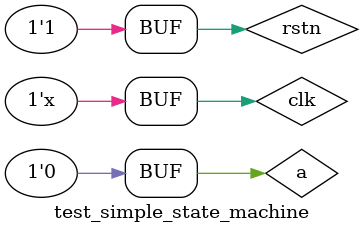
<source format=v>
`timescale 1ns / 1ps


module test_simple_state_machine();
    reg clk;
    reg rstn;
    reg a;
    wire out;

    simple_state_machine inside_ssm(
        .clk(clk),
        .rstn(rstn),
        .a(a),
        .out(out)
    );

    initial begin
        clk = 0;
        rstn = 1;
        #0.1 rstn = 0;
        #1.1 rstn = 1;
    end

    initial begin
        a = 0;
        #4 a = 1;
        #4 a = 0;
    end

    always begin
        #1 clk = ~clk;
    end
endmodule

</source>
